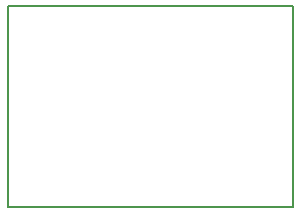
<source format=gbr>
G04 #@! TF.FileFunction,Profile,NP*
%FSLAX46Y46*%
G04 Gerber Fmt 4.6, Leading zero omitted, Abs format (unit mm)*
G04 Created by KiCad (PCBNEW 0.201511251016+6329~38~ubuntu14.04.1-stable) date lun 30 nov 2015 17:33:54 ART*
%MOMM*%
G01*
G04 APERTURE LIST*
%ADD10C,0.100000*%
%ADD11C,0.150000*%
G04 APERTURE END LIST*
D10*
D11*
X166624000Y-106426000D02*
X190754000Y-106426000D01*
X166624000Y-89408000D02*
X166624000Y-106426000D01*
X190754000Y-89408000D02*
X190754000Y-106426000D01*
X166624000Y-89408000D02*
X190754000Y-89408000D01*
M02*

</source>
